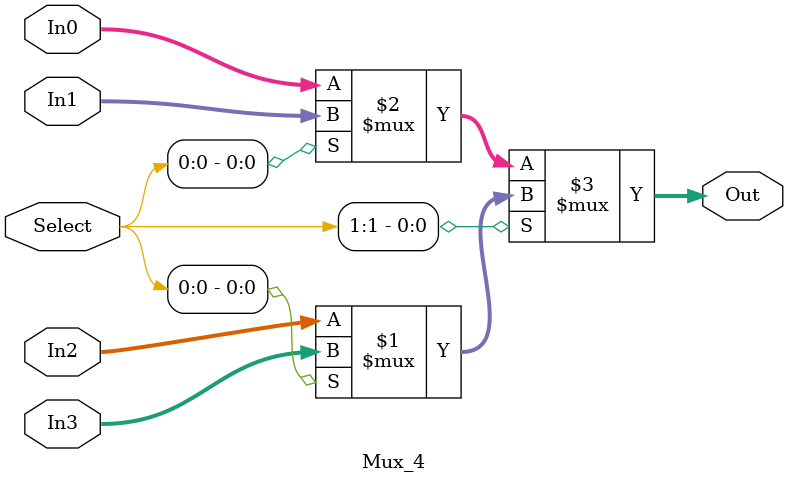
<source format=v>
`timescale 1ns / 1ps


module Mux_4 #(
    parameter WIDTH = 8
    )
	(
	input [WIDTH-1:0] In0, In1,In2,In3, 
	input [1:0] Select, 
	output [WIDTH-1:0] Out
	);

	 assign Out = Select[1] ? (Select[0] ? In3 : In2):(Select[0] ? In1 : In0) ;

endmodule

</source>
